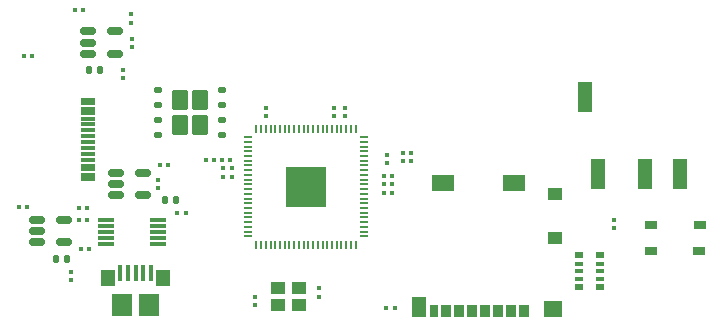
<source format=gtp>
G04 #@! TF.GenerationSoftware,KiCad,Pcbnew,7.0.7*
G04 #@! TF.CreationDate,2023-09-27T05:56:11+07:00*
G04 #@! TF.ProjectId,Radianite-Micro-F1C200s,52616469-616e-4697-9465-2d4d6963726f,rev?*
G04 #@! TF.SameCoordinates,Original*
G04 #@! TF.FileFunction,Paste,Top*
G04 #@! TF.FilePolarity,Positive*
%FSLAX46Y46*%
G04 Gerber Fmt 4.6, Leading zero omitted, Abs format (unit mm)*
G04 Created by KiCad (PCBNEW 7.0.7) date 2023-09-27 05:56:11*
%MOMM*%
%LPD*%
G01*
G04 APERTURE LIST*
G04 Aperture macros list*
%AMRoundRect*
0 Rectangle with rounded corners*
0 $1 Rounding radius*
0 $2 $3 $4 $5 $6 $7 $8 $9 X,Y pos of 4 corners*
0 Add a 4 corners polygon primitive as box body*
4,1,4,$2,$3,$4,$5,$6,$7,$8,$9,$2,$3,0*
0 Add four circle primitives for the rounded corners*
1,1,$1+$1,$2,$3*
1,1,$1+$1,$4,$5*
1,1,$1+$1,$6,$7*
1,1,$1+$1,$8,$9*
0 Add four rect primitives between the rounded corners*
20,1,$1+$1,$2,$3,$4,$5,0*
20,1,$1+$1,$4,$5,$6,$7,0*
20,1,$1+$1,$6,$7,$8,$9,0*
20,1,$1+$1,$8,$9,$2,$3,0*%
G04 Aperture macros list end*
%ADD10RoundRect,0.079500X-0.079500X-0.100500X0.079500X-0.100500X0.079500X0.100500X-0.079500X0.100500X0*%
%ADD11RoundRect,0.079500X0.100500X-0.079500X0.100500X0.079500X-0.100500X0.079500X-0.100500X-0.079500X0*%
%ADD12RoundRect,0.150000X-0.512500X-0.150000X0.512500X-0.150000X0.512500X0.150000X-0.512500X0.150000X0*%
%ADD13R,1.050000X0.650000*%
%ADD14R,0.850000X1.100000*%
%ADD15R,0.750000X1.100000*%
%ADD16R,1.200000X1.000000*%
%ADD17R,1.550000X1.350000*%
%ADD18R,1.900000X1.350000*%
%ADD19R,1.170000X1.800000*%
%ADD20R,0.800000X0.480000*%
%ADD21R,0.800000X0.320000*%
%ADD22RoundRect,0.079500X0.079500X0.100500X-0.079500X0.100500X-0.079500X-0.100500X0.079500X-0.100500X0*%
%ADD23RoundRect,0.250000X-0.435000X-0.615000X0.435000X-0.615000X0.435000X0.615000X-0.435000X0.615000X0*%
%ADD24RoundRect,0.125000X-0.250000X-0.125000X0.250000X-0.125000X0.250000X0.125000X-0.250000X0.125000X0*%
%ADD25O,0.200000X0.800000*%
%ADD26O,0.800000X0.200000*%
%ADD27R,3.420000X3.420000*%
%ADD28RoundRect,0.147500X-0.147500X-0.172500X0.147500X-0.172500X0.147500X0.172500X-0.147500X0.172500X0*%
%ADD29RoundRect,0.079500X-0.100500X0.079500X-0.100500X-0.079500X0.100500X-0.079500X0.100500X0.079500X0*%
%ADD30R,1.400000X0.300000*%
%ADD31R,0.400000X1.400000*%
%ADD32R,1.150000X1.450000*%
%ADD33R,1.750000X1.900000*%
%ADD34R,1.150000X0.300000*%
%ADD35R,1.200000X2.500000*%
%ADD36R,1.150000X1.000000*%
G04 APERTURE END LIST*
D10*
G04 #@! TO.C,C13*
X131610000Y-115900000D03*
X132300000Y-115900000D03*
G04 #@! TD*
G04 #@! TO.C,C2*
X100710000Y-117800000D03*
X101400000Y-117800000D03*
G04 #@! TD*
D11*
G04 #@! TO.C,R2*
X112500000Y-116190000D03*
X112500000Y-115500000D03*
G04 #@! TD*
D12*
G04 #@! TO.C,U3*
X102200000Y-118900000D03*
X102200000Y-119850000D03*
X102200000Y-120800000D03*
X104475000Y-120800000D03*
X104475000Y-118900000D03*
G04 #@! TD*
D13*
G04 #@! TO.C,SW1*
X154175000Y-119350000D03*
X158325000Y-119350000D03*
X154175000Y-121500000D03*
X158300000Y-121500000D03*
G04 #@! TD*
D12*
G04 #@! TO.C,U4*
X108925000Y-114900000D03*
X108925000Y-115850000D03*
X108925000Y-116800000D03*
X111200000Y-116800000D03*
X111200000Y-114900000D03*
G04 #@! TD*
D10*
G04 #@! TO.C,C4*
X114110000Y-118300000D03*
X114800000Y-118300000D03*
G04 #@! TD*
D14*
G04 #@! TO.C,J5*
X143465000Y-126600000D03*
X142365000Y-126600000D03*
X141265000Y-126600000D03*
X140165000Y-126600000D03*
X139065000Y-126600000D03*
X137965000Y-126600000D03*
X136865000Y-126600000D03*
D15*
X135815000Y-126600000D03*
D16*
X146100000Y-120450000D03*
X146100000Y-116750000D03*
D17*
X145925000Y-126475000D03*
D18*
X142600000Y-115775000D03*
X136630000Y-115775000D03*
D19*
X134605000Y-126250000D03*
G04 #@! TD*
D20*
G04 #@! TO.C,RN1*
X148100000Y-121880000D03*
D21*
X148100000Y-122600000D03*
X148100000Y-123240000D03*
X148100000Y-123880000D03*
D20*
X148100000Y-124600000D03*
X149900000Y-124600000D03*
D21*
X149900000Y-123880000D03*
X149900000Y-123240000D03*
X149900000Y-122600000D03*
D20*
X149900000Y-121880000D03*
G04 #@! TD*
D22*
G04 #@! TO.C,R1*
X106490000Y-117900000D03*
X105800000Y-117900000D03*
G04 #@! TD*
D23*
G04 #@! TO.C,U6*
X114350000Y-108720000D03*
X114350000Y-110870000D03*
X116050000Y-108720000D03*
X116050000Y-110870000D03*
D24*
X112500000Y-107890000D03*
X112500000Y-109160000D03*
X112500000Y-110430000D03*
X112500000Y-111700000D03*
X117900000Y-111700000D03*
X117900000Y-110430000D03*
X117900000Y-109160000D03*
X117900000Y-107890000D03*
G04 #@! TD*
D25*
G04 #@! TO.C,U1*
X129200000Y-111200000D03*
X128800000Y-111200000D03*
X128400000Y-111200000D03*
X128000000Y-111200000D03*
X127600000Y-111200000D03*
X127200000Y-111200000D03*
X126800000Y-111200000D03*
X126400000Y-111200000D03*
X126000000Y-111200000D03*
X125600000Y-111200000D03*
X125200000Y-111200000D03*
X124800000Y-111200000D03*
X124400000Y-111200000D03*
X124000000Y-111200000D03*
X123600000Y-111200000D03*
X123200000Y-111200000D03*
X122800000Y-111200000D03*
X122400000Y-111200000D03*
X122000000Y-111200000D03*
X121600000Y-111200000D03*
X121200000Y-111200000D03*
X120800000Y-111200000D03*
D26*
X120100000Y-111900000D03*
X120100000Y-112300000D03*
X120100000Y-112700000D03*
X120100000Y-113100000D03*
X120100000Y-113500000D03*
X120100000Y-113900000D03*
X120100000Y-114300000D03*
X120100000Y-114700000D03*
X120100000Y-115100000D03*
X120100000Y-115500000D03*
X120100000Y-115900000D03*
X120100000Y-116300000D03*
X120100000Y-116700000D03*
X120100000Y-117100000D03*
X120100000Y-117500000D03*
X120100000Y-117900000D03*
X120100000Y-118300000D03*
X120100000Y-118700000D03*
X120100000Y-119100000D03*
X120100000Y-119500000D03*
X120100000Y-119900000D03*
X120100000Y-120300000D03*
D25*
X120800000Y-121000000D03*
X121200000Y-121000000D03*
X121600000Y-121000000D03*
X122000000Y-121000000D03*
X122400000Y-121000000D03*
X122800000Y-121000000D03*
X123200000Y-121000000D03*
X123600000Y-121000000D03*
X124000000Y-121000000D03*
X124400000Y-121000000D03*
X124800000Y-121000000D03*
X125200000Y-121000000D03*
X125600000Y-121000000D03*
X126000000Y-121000000D03*
X126400000Y-121000000D03*
X126800000Y-121000000D03*
X127200000Y-121000000D03*
X127600000Y-121000000D03*
X128000000Y-121000000D03*
X128400000Y-121000000D03*
X128800000Y-121000000D03*
X129200000Y-121000000D03*
D26*
X129900000Y-120300000D03*
X129900000Y-119900000D03*
X129900000Y-119500000D03*
X129900000Y-119100000D03*
X129900000Y-118700000D03*
X129900000Y-118300000D03*
X129900000Y-117900000D03*
X129900000Y-117500000D03*
X129900000Y-117100000D03*
X129900000Y-116700000D03*
X129900000Y-116300000D03*
X129900000Y-115900000D03*
X129900000Y-115500000D03*
X129900000Y-115100000D03*
X129900000Y-114700000D03*
X129900000Y-114300000D03*
X129900000Y-113900000D03*
X129900000Y-113500000D03*
X129900000Y-113100000D03*
X129900000Y-112700000D03*
X129900000Y-112300000D03*
X129900000Y-111900000D03*
D27*
X125000000Y-116100000D03*
G04 #@! TD*
D28*
G04 #@! TO.C,L1*
X106615000Y-106200000D03*
X107585000Y-106200000D03*
G04 #@! TD*
D22*
G04 #@! TO.C,C16*
X118700000Y-114500000D03*
X118010000Y-114500000D03*
G04 #@! TD*
G04 #@! TO.C,C15*
X118700000Y-115250000D03*
X118010000Y-115250000D03*
G04 #@! TD*
D28*
G04 #@! TO.C,L3*
X103830000Y-122200000D03*
X104800000Y-122200000D03*
G04 #@! TD*
D29*
G04 #@! TO.C,R3*
X110200000Y-101510000D03*
X110200000Y-102200000D03*
G04 #@! TD*
D30*
G04 #@! TO.C,U2*
X108050000Y-118950000D03*
X108050000Y-119450000D03*
X108050000Y-119950000D03*
X108050000Y-120450000D03*
X108050000Y-120950000D03*
X112450000Y-120950000D03*
X112450000Y-120450000D03*
X112450000Y-119950000D03*
X112450000Y-119450000D03*
X112450000Y-118950000D03*
G04 #@! TD*
D10*
G04 #@! TO.C,C19*
X131810000Y-126400000D03*
X132500000Y-126400000D03*
G04 #@! TD*
D29*
G04 #@! TO.C,C9*
X133900000Y-113210000D03*
X133900000Y-113900000D03*
G04 #@! TD*
D10*
G04 #@! TO.C,R5*
X112635000Y-114300000D03*
X113325000Y-114300000D03*
G04 #@! TD*
D31*
G04 #@! TO.C,J2*
X109280000Y-123430000D03*
X109930000Y-123430000D03*
X110580000Y-123430000D03*
X111230000Y-123430000D03*
X111880000Y-123430000D03*
D32*
X108260000Y-123850000D03*
D33*
X109455000Y-126080000D03*
X111705000Y-126080000D03*
D32*
X112900000Y-123850000D03*
G04 #@! TD*
D29*
G04 #@! TO.C,C8*
X128300000Y-109410000D03*
X128300000Y-110100000D03*
G04 #@! TD*
G04 #@! TO.C,C7*
X127400000Y-109410000D03*
X127400000Y-110100000D03*
G04 #@! TD*
D34*
G04 #@! TO.C,J1*
X106545000Y-108730000D03*
X106545000Y-109530000D03*
X106545000Y-110830000D03*
X106545000Y-111830000D03*
X106545000Y-112330000D03*
X106545000Y-113330000D03*
X106545000Y-114630000D03*
X106545000Y-115430000D03*
X106545000Y-115130000D03*
X106545000Y-114330000D03*
X106545000Y-113830000D03*
X106545000Y-112830000D03*
X106545000Y-111330000D03*
X106545000Y-110330000D03*
X106545000Y-109830000D03*
X106545000Y-109030000D03*
G04 #@! TD*
D29*
G04 #@! TO.C,C10*
X133210000Y-113210000D03*
X133210000Y-113900000D03*
G04 #@! TD*
G04 #@! TO.C,R6*
X110300000Y-103610000D03*
X110300000Y-104300000D03*
G04 #@! TD*
D10*
G04 #@! TO.C,C12*
X131610000Y-115160000D03*
X132300000Y-115160000D03*
G04 #@! TD*
G04 #@! TO.C,R4*
X105810000Y-118900000D03*
X106500000Y-118900000D03*
G04 #@! TD*
G04 #@! TO.C,R8*
X116510000Y-113800000D03*
X117200000Y-113800000D03*
G04 #@! TD*
D11*
G04 #@! TO.C,R9*
X151100000Y-119590000D03*
X151100000Y-118900000D03*
G04 #@! TD*
D10*
G04 #@! TO.C,D2*
X105410000Y-101100000D03*
X106100000Y-101100000D03*
G04 #@! TD*
D29*
G04 #@! TO.C,C18*
X120700000Y-125435000D03*
X120700000Y-126125000D03*
G04 #@! TD*
G04 #@! TO.C,C11*
X131900000Y-113410000D03*
X131900000Y-114100000D03*
G04 #@! TD*
D10*
G04 #@! TO.C,C1*
X105910000Y-121400000D03*
X106600000Y-121400000D03*
G04 #@! TD*
D29*
G04 #@! TO.C,C5*
X109500000Y-106210000D03*
X109500000Y-106900000D03*
G04 #@! TD*
G04 #@! TO.C,C3*
X105100000Y-123310000D03*
X105100000Y-124000000D03*
G04 #@! TD*
G04 #@! TO.C,C6*
X121600000Y-109410000D03*
X121600000Y-110100000D03*
G04 #@! TD*
D28*
G04 #@! TO.C,L2*
X113030000Y-117200000D03*
X114000000Y-117200000D03*
G04 #@! TD*
D35*
G04 #@! TO.C,J3*
X153700000Y-115000000D03*
X156700000Y-115000000D03*
X148600000Y-108500000D03*
X149700000Y-115000000D03*
G04 #@! TD*
D10*
G04 #@! TO.C,D1*
X101110000Y-105000000D03*
X101800000Y-105000000D03*
G04 #@! TD*
D12*
G04 #@! TO.C,U5*
X106562500Y-102950000D03*
X106562500Y-103900000D03*
X106562500Y-104850000D03*
X108837500Y-104850000D03*
X108837500Y-102950000D03*
G04 #@! TD*
D36*
G04 #@! TO.C,Y1*
X122650000Y-126100000D03*
X124400000Y-126100000D03*
X124400000Y-124700000D03*
X122650000Y-124700000D03*
G04 #@! TD*
D10*
G04 #@! TO.C,C14*
X131610000Y-116600000D03*
X132300000Y-116600000D03*
G04 #@! TD*
D29*
G04 #@! TO.C,C17*
X126100000Y-124710000D03*
X126100000Y-125400000D03*
G04 #@! TD*
D10*
G04 #@! TO.C,R7*
X117910000Y-113800000D03*
X118600000Y-113800000D03*
G04 #@! TD*
M02*

</source>
